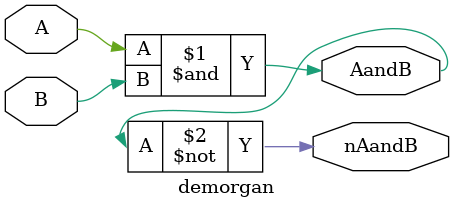
<source format=v>
module demorgan
(
	input A,
	input B,
	
	
	output AandB,
	output nAandB
);
	wire nA;
	wire nB;
	
	
	and andgate(AandB, A, B);
	not AandBinv(nAandB,AandB);
endmodule


</source>
